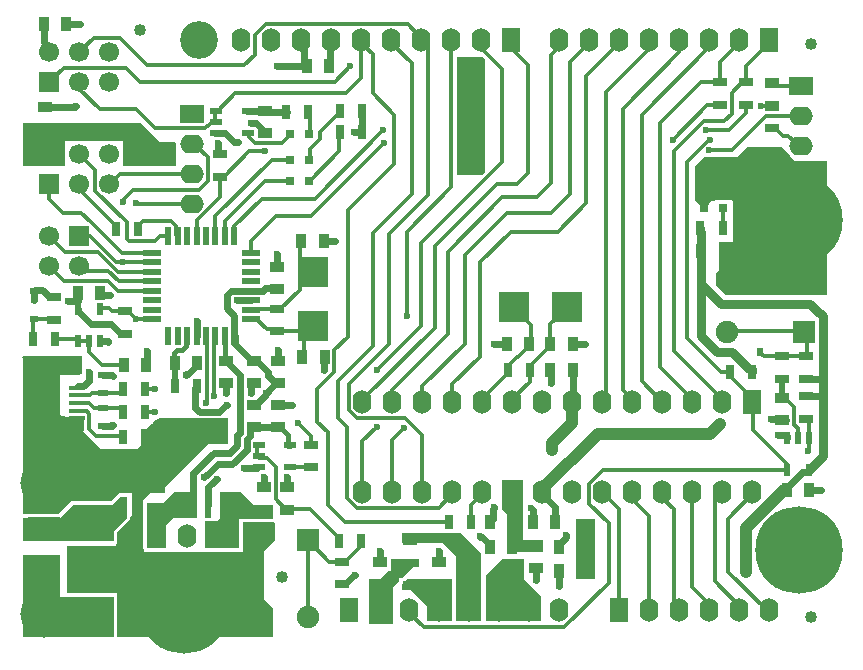
<source format=gtl>
G04*
G04 #@! TF.GenerationSoftware,Altium Limited,Altium Designer,20.0.2 (26)*
G04*
G04 Layer_Physical_Order=1*
G04 Layer_Color=255*
%FSLAX44Y44*%
%MOMM*%
G71*
G01*
G75*
%ADD11C,0.4000*%
%ADD12C,0.3000*%
%ADD14R,1.6000X3.0000*%
%ADD15R,1.3500X0.4000*%
%ADD16R,1.4000X1.6000*%
%ADD17R,1.9000X1.9000*%
%ADD18R,0.9000X0.6000*%
%ADD19R,1.3000X0.7000*%
%ADD20R,0.7000X1.3000*%
%ADD21R,0.5588X0.6858*%
%ADD22R,0.6858X0.5588*%
%ADD23R,0.5500X1.5000*%
%ADD24R,1.5000X0.5500*%
%ADD25R,2.6000X2.5000*%
%ADD26R,2.5000X2.6000*%
%ADD27R,1.3000X0.9000*%
%ADD28R,0.9000X1.3000*%
%ADD29R,0.8000X0.8000*%
%ADD30R,2.7000X2.0000*%
%ADD31R,1.0000X0.5500*%
%ADD32R,0.5500X1.0000*%
%ADD33R,3.5000X2.2000*%
%ADD34R,0.6000X2.2000*%
%ADD60C,1.9000*%
%ADD61R,1.9000X1.9000*%
%ADD69C,1.0160*%
%ADD70C,1.0000*%
%ADD71C,0.6000*%
%ADD72C,0.8000*%
%ADD73C,0.5000*%
%ADD74O,1.6000X2.0000*%
%ADD75R,1.6000X2.0000*%
G04:AMPARAMS|DCode=76|XSize=2mm|YSize=1.2mm|CornerRadius=0.36mm|HoleSize=0mm|Usage=FLASHONLY|Rotation=0.000|XOffset=0mm|YOffset=0mm|HoleType=Round|Shape=RoundedRectangle|*
%AMROUNDEDRECTD76*
21,1,2.0000,0.4800,0,0,0.0*
21,1,1.2800,1.2000,0,0,0.0*
1,1,0.7200,0.6400,-0.2400*
1,1,0.7200,-0.6400,-0.2400*
1,1,0.7200,-0.6400,0.2400*
1,1,0.7200,0.6400,0.2400*
%
%ADD76ROUNDEDRECTD76*%
%ADD77C,1.7000*%
%ADD78R,1.7000X1.7000*%
%ADD79R,2.0000X1.6000*%
%ADD80O,2.0000X1.6000*%
%ADD81C,7.4000*%
%ADD82C,4.0000*%
%ADD83C,3.2000*%
%ADD84C,0.6000*%
G36*
X650537Y412463D02*
X652155Y410355D01*
X654263Y408737D01*
X657000Y406000D01*
X684000D01*
Y292000D01*
X669459D01*
X669000Y292060D01*
X597940D01*
X590000Y300000D01*
Y311000D01*
X592000Y313000D01*
Y337000D01*
X604000D01*
Y372000D01*
X603000D01*
Y373000D01*
X589000D01*
Y372000D01*
X586000D01*
X584000Y370000D01*
Y369000D01*
X576000D01*
X572000Y373000D01*
Y401000D01*
X580000Y409000D01*
X583409D01*
X584000Y408882D01*
X584591Y409000D01*
X608000D01*
X617000Y418000D01*
X645000D01*
X650537Y412463D01*
D02*
G37*
G36*
X119000Y422000D02*
X132037Y422000D01*
X132922Y420730D01*
X132905Y420600D01*
X133000Y419879D01*
Y402000D01*
X88000D01*
Y423000D01*
X76802D01*
X76200Y423079D01*
X75598Y423000D01*
X51402D01*
X50800Y423079D01*
X50198Y423000D01*
X39000D01*
Y402000D01*
X3000D01*
Y438000D01*
X103000Y438000D01*
X119000Y422000D01*
D02*
G37*
G36*
X392511Y494000D02*
X394000Y492511D01*
X394000Y396489D01*
X391511Y394000D01*
X370348Y394000D01*
Y494000D01*
X392511Y494000D01*
D02*
G37*
G36*
X91000Y104000D02*
X80000Y93000D01*
Y84000D01*
X3000D01*
Y104000D01*
X34000D01*
X45000Y115000D01*
X79000D01*
X85000Y121000D01*
X91000D01*
Y104000D01*
D02*
G37*
G36*
X199000Y115000D02*
X215000D01*
Y103000D01*
X186000D01*
Y78000D01*
X157000D01*
Y101000D01*
X167000D01*
X170000Y104000D01*
Y126000D01*
X188000D01*
X199000Y115000D01*
D02*
G37*
G36*
X150000Y104000D02*
X130000D01*
X124000Y98000D01*
Y78000D01*
X108000D01*
Y116000D01*
X122000D01*
X132000Y126000D01*
X150000D01*
Y104000D01*
D02*
G37*
G36*
X426000Y85000D02*
X443000D01*
Y75000D01*
X413000D01*
Y107000D01*
X409000Y111000D01*
Y136000D01*
X426000D01*
Y85000D01*
D02*
G37*
G36*
X487000Y52000D02*
X471000D01*
Y103000D01*
X487000D01*
Y52000D01*
D02*
G37*
G36*
X427000D02*
X442000Y37000D01*
Y16000D01*
X395000D01*
Y55000D01*
X409000Y69000D01*
X427000Y69000D01*
X427000Y52000D01*
D02*
G37*
G36*
X357000Y91000D02*
Y90500D01*
X370000D01*
Y91000D01*
X374000D01*
X391000Y74000D01*
X391000Y17270D01*
X390348Y16000D01*
X370000D01*
X370000Y71000D01*
X359000Y82000D01*
X355591Y82000D01*
X355000Y82118D01*
X354409Y82000D01*
X324898Y82000D01*
X324000Y82898D01*
Y91000D01*
X357000Y91000D01*
D02*
G37*
G36*
X366000Y16000D02*
X345000D01*
X345000Y29000D01*
X331000Y43000D01*
X324000D01*
Y48000D01*
X328000Y52000D01*
X366000D01*
Y16000D01*
D02*
G37*
G36*
X338000Y62000D02*
X333000D01*
Y62000D01*
X324000Y53000D01*
X321500D01*
Y50500D01*
X316000Y45000D01*
Y14000D01*
X296000D01*
Y52000D01*
X305000D01*
X312000Y59000D01*
X314500D01*
Y69000D01*
X338000D01*
Y62000D01*
D02*
G37*
G36*
X52000Y226000D02*
X51204Y225000D01*
X34000D01*
Y192000D01*
X36000Y190000D01*
X38945D01*
Y189500D01*
X48752D01*
X49195Y189412D01*
X54412D01*
Y179000D01*
X54675Y177675D01*
X54000Y177000D01*
X69000Y162000D01*
X100000D01*
X103000Y165000D01*
Y179000D01*
X107000D01*
X111500Y183500D01*
X113000D01*
Y185000D01*
X114902Y186902D01*
X115000Y186882D01*
X117341Y187348D01*
X118317Y188000D01*
X149683D01*
X150659Y187348D01*
X153000Y186882D01*
X169000D01*
X171341Y187348D01*
X172317Y188000D01*
X175586D01*
X176000Y187000D01*
Y166000D01*
X160000D01*
X123000Y129000D01*
Y125000D01*
X111000D01*
X105000Y119000D01*
X104500D01*
Y104000D01*
X104941D01*
Y78000D01*
X105174Y76830D01*
X105200Y76791D01*
Y75000D01*
X107704D01*
X108000Y74941D01*
X124000D01*
X124296Y75000D01*
X140879D01*
X141600Y74905D01*
X142321Y75000D01*
X156705D01*
X157000Y74941D01*
X166725D01*
X167000Y74905D01*
X167274Y74941D01*
X186000D01*
X186296Y75000D01*
X189000D01*
Y77705D01*
X189059Y78000D01*
Y99941D01*
X215000D01*
X216000Y99060D01*
Y85000D01*
X211000Y80000D01*
X207000Y76000D01*
Y35000D01*
X215000Y27000D01*
Y3000D01*
X83059D01*
Y37000D01*
X83000Y37295D01*
Y40000D01*
X80295D01*
X80000Y40059D01*
X40000D01*
Y80000D01*
X82000D01*
Y81500D01*
X83000D01*
Y83705D01*
X83059Y84000D01*
Y91733D01*
X93163Y101837D01*
X93826Y102830D01*
X94059Y104000D01*
X94059Y104000D01*
Y104059D01*
X95000Y105000D01*
Y125000D01*
X85000Y125000D01*
X83819Y123819D01*
X82837Y123163D01*
X77733Y118059D01*
X45000D01*
X45000Y118059D01*
X43829Y117826D01*
X42837Y117163D01*
X32733Y107059D01*
X3000D01*
Y239000D01*
X2173Y239827D01*
X2659Y241000D01*
X52000D01*
Y226000D01*
D02*
G37*
G36*
X34000Y37000D02*
X80000D01*
Y3000D01*
X3000D01*
Y72000D01*
X34000D01*
Y37000D01*
D02*
G37*
D11*
X227500Y165750D02*
Y174000D01*
X221000Y180500D02*
X227500Y174000D01*
X174000Y238000D02*
Y258000D01*
X133343Y246000D02*
X137907D01*
X141250Y257250D02*
X142000Y258000D01*
X141250Y249343D02*
Y257250D01*
X137907Y246000D02*
X141250Y249343D01*
X131000Y235500D02*
Y243657D01*
X133343Y246000D01*
X131000Y235500D02*
X131500Y235000D01*
D12*
X102000Y473000D02*
X267000D01*
X90560Y484440D02*
X102000Y473000D01*
X37400Y484440D02*
X90560D01*
X267000Y473000D02*
X280000Y486000D01*
X190500Y487000D02*
X199460Y495960D01*
X108000Y487000D02*
X190500D01*
X85160Y509840D02*
X108000Y487000D01*
X199460Y495960D02*
Y512363D01*
X208597Y521500D02*
X328860D01*
X199460Y512363D02*
X208597Y521500D01*
X62800Y509840D02*
X85160D01*
X244000Y261500D02*
X249000Y266500D01*
X241000Y258500D02*
X244000Y261500D01*
X82194Y320000D02*
X112000D01*
X89000Y278500D02*
X92000D01*
X78250D02*
X89000D01*
X229000Y389000D02*
X230000D01*
X208000D02*
X229000D01*
Y407000D02*
X230000D01*
X214000D02*
X229000D01*
X449500Y251000D02*
Y267500D01*
Y249000D02*
Y251000D01*
X413500Y229000D02*
Y232000D01*
Y226000D02*
Y229000D01*
X600500Y261500D02*
X665500D01*
X667000Y242500D02*
X669000Y240500D01*
X86500Y211500D02*
Y213000D01*
Y193000D02*
Y194500D01*
X577000Y473000D02*
X593000D01*
X194750Y426250D02*
Y429500D01*
X222500Y421500D02*
X230000Y429000D01*
X254250Y430250D02*
X272000Y448000D01*
X246000Y407000D02*
Y416050D01*
X271000Y414000D02*
Y430000D01*
X228500Y146500D02*
X247000D01*
X165500Y439000D02*
Y448500D01*
X225000Y111500D02*
X246000D01*
X201500Y156000D02*
Y165500D01*
Y156000D02*
X202750Y154750D01*
X254250Y424300D02*
Y430250D01*
X246000Y389000D02*
X271000Y414000D01*
X193500Y429500D02*
X194750D01*
X192500D02*
X193500D01*
X199500Y421500D02*
X222500D01*
X194750Y426250D02*
X199500Y421500D01*
X48917Y207722D02*
X59945D01*
X340000Y266000D02*
Y336000D01*
X431000Y396000D02*
Y487000D01*
X421000Y386000D02*
X431000Y396000D01*
X404000Y386000D02*
X421000D01*
X351650Y333650D02*
X404000Y386000D01*
X351650Y264458D02*
Y333650D01*
X438000Y375000D02*
X450000Y387000D01*
X409000Y375000D02*
X438000D01*
X363000Y329000D02*
X409000Y375000D01*
X450000Y387000D02*
Y495522D01*
X363000Y259000D02*
Y329000D01*
X390000Y320000D02*
X416000Y346000D01*
X390000Y240000D02*
Y320000D01*
X416000Y346000D02*
X456000D01*
X413000Y362000D02*
X450000D01*
X377000Y326000D02*
X413000Y362000D01*
X377000Y251000D02*
Y326000D01*
X409000Y405000D02*
Y484000D01*
X340000Y336000D02*
X409000Y405000D01*
X391160Y501840D02*
X409000Y484000D01*
X391160Y501840D02*
Y508000D01*
X416560Y501440D02*
X431000Y487000D01*
X416560Y501440D02*
Y508000D01*
X554000Y414192D02*
X579592Y439784D01*
X554000Y245182D02*
Y414192D01*
X582500Y453500D02*
X593000D01*
X553000Y424000D02*
X582500Y453500D01*
X480000Y370000D02*
Y478000D01*
X456000Y346000D02*
X480000Y370000D01*
X466000Y489400D02*
X482600Y506000D01*
X466000Y378000D02*
Y489400D01*
X450000Y362000D02*
X466000Y378000D01*
X317000Y403000D02*
Y445000D01*
X278000Y364000D02*
X317000Y403000D01*
X278000Y257000D02*
Y364000D01*
X266500Y245500D02*
X278000Y257000D01*
X266500Y227500D02*
Y245500D01*
X252000Y213000D02*
X266500Y227500D01*
X252000Y185000D02*
Y213000D01*
X303000Y229000D02*
X340000Y266000D01*
X270000Y188000D02*
X277000Y181000D01*
Y120919D02*
Y181000D01*
Y120919D02*
X285687Y112232D01*
X299000Y249000D02*
Y345000D01*
X270000Y220000D02*
X299000Y249000D01*
X270000Y188000D02*
Y220000D01*
X278950Y217142D02*
X313000Y251192D01*
X278950Y195169D02*
Y217142D01*
X285687Y112232D02*
X355150D01*
X326760Y188432D02*
X341250Y173942D01*
X285687Y188432D02*
X326760D01*
X278950Y195169D02*
X285687Y188432D01*
X313000Y251192D02*
Y344000D01*
X252000Y185000D02*
X261000Y176000D01*
Y115000D02*
X276000Y100000D01*
X261000Y115000D02*
Y176000D01*
X299000Y463000D02*
X317000Y445000D01*
X247000Y359000D02*
X309000Y421000D01*
X217000Y359000D02*
X247000D01*
X299000Y463000D02*
Y496560D01*
X289560Y506000D02*
Y508000D01*
Y476368D02*
Y506000D01*
X299000Y496560D01*
X276192Y463000D02*
X289560Y476368D01*
X182250Y463000D02*
X276192D01*
X167750Y448500D02*
X182250Y463000D01*
X236000Y184000D02*
X247000Y173000D01*
Y165500D02*
Y173000D01*
X332000Y378000D02*
Y488960D01*
X328000Y275000D02*
Y346000D01*
X276000Y100000D02*
X363500D01*
X299000Y345000D02*
X332000Y378000D01*
X366650Y123732D02*
Y125732D01*
X355150Y112232D02*
X366650Y123732D01*
X314960Y506000D02*
Y508000D01*
Y506000D02*
X332000Y488960D01*
X365760Y383760D02*
Y508000D01*
X328000Y346000D02*
X365760Y383760D01*
X313000Y344000D02*
X346000Y377000D01*
X315850Y211850D02*
X363000Y259000D01*
X315850Y201932D02*
Y211850D01*
X290450Y203258D02*
X351650Y264458D01*
X346000Y377000D02*
Y502360D01*
X457200Y502722D02*
Y508000D01*
X450000Y495522D02*
X457200Y502722D01*
X366650Y216650D02*
X390000Y240000D01*
X366650Y201932D02*
Y216650D01*
X341250Y215250D02*
X377000Y251000D01*
X341250Y201932D02*
Y215250D01*
X482600Y506000D02*
Y508000D01*
X508000Y506000D02*
Y508000D01*
X480000Y478000D02*
X508000Y506000D01*
X527000Y445000D02*
X584200Y502200D01*
X527000Y219382D02*
Y445000D01*
Y219382D02*
X544450Y201932D01*
X497000Y464000D02*
X533400Y500400D01*
X497000Y205282D02*
Y464000D01*
X493650Y201932D02*
X497000Y205282D01*
X533400Y500400D02*
Y508000D01*
X511000Y450000D02*
X558800Y497800D01*
X511000Y211982D02*
Y450000D01*
Y211982D02*
X519050Y203932D01*
X584200Y502200D02*
Y508000D01*
X558800Y497800D02*
Y508000D01*
X542000Y438000D02*
X577000Y473000D01*
X542000Y231782D02*
Y438000D01*
X519050Y201932D02*
Y203932D01*
X620650Y201932D02*
Y204850D01*
X667000Y259000D02*
X669500Y261500D01*
X666000Y240500D02*
X669000D01*
X646000D02*
X666000D01*
X630057D02*
X646000D01*
X667000Y242500D02*
Y259000D01*
X659000Y171500D02*
Y179550D01*
X656000Y182550D02*
X659000Y179550D01*
X656000Y182550D02*
Y197500D01*
X648000Y205500D02*
X656000Y197500D01*
X646000Y205500D02*
X648000D01*
X594000Y227000D02*
X601500D01*
X565000Y256000D02*
X594000Y227000D01*
X565000Y256000D02*
Y405192D01*
X600000Y103082D02*
X620650Y123732D01*
X600000Y58000D02*
Y103082D01*
Y58000D02*
X632600Y25400D01*
X589000Y119482D02*
X595250Y125732D01*
X589000Y50000D02*
Y119482D01*
Y50000D02*
X609600Y29400D01*
X632600Y25400D02*
X635000D01*
X609600D02*
Y29400D01*
X584200Y25400D02*
Y30800D01*
X569850Y45150D02*
X584200Y30800D01*
X569850Y45150D02*
Y125732D01*
X544450Y120550D02*
X554000Y111000D01*
Y30200D02*
Y111000D01*
Y30200D02*
X558800Y25400D01*
X544450Y120550D02*
Y125732D01*
X533400Y25400D02*
Y105600D01*
X519050Y119950D02*
X533400Y105600D01*
X519050Y119950D02*
Y125732D01*
X494155Y144500D02*
X649500D01*
X482150Y132495D02*
X494155Y144500D01*
X482150Y115850D02*
X499000Y99000D01*
Y48937D02*
Y99000D01*
X461063Y11000D02*
X499000Y48937D01*
X482150Y115850D02*
Y132495D01*
X508000Y25400D02*
Y111382D01*
X493650Y125732D02*
X508000Y111382D01*
X75052Y313000D02*
X84052Y304000D01*
X54400Y313000D02*
X75052D01*
X50800Y316600D02*
X54400Y313000D01*
X75140Y304310D02*
X83450Y296000D01*
X37690Y304310D02*
X75140D01*
X25400Y316600D02*
X37690Y304310D01*
X66523Y328600D02*
X83123Y312000D01*
X38800Y328600D02*
X66523D01*
X60194Y342000D02*
X82194Y320000D01*
X50800Y342000D02*
X60194D01*
X194500Y414000D02*
X208000D01*
X86550Y328000D02*
X112000D01*
X62800Y351750D02*
X86550Y328000D01*
X62800Y351750D02*
Y351950D01*
X60750Y354000D02*
X62800Y351950D01*
X60550Y354000D02*
X60750D01*
X52550Y362000D02*
X60550Y354000D01*
X37170Y362000D02*
X52550D01*
X25400Y373770D02*
X37170Y362000D01*
X119000Y342000D02*
X126000D01*
X115000Y338000D02*
X119000Y342000D01*
X92757Y338000D02*
X115000D01*
X91000Y339757D02*
Y354000D01*
Y339757D02*
X92757Y338000D01*
X64200Y380800D02*
X91000Y354000D01*
X50800Y411480D02*
X64200Y398080D01*
Y380800D02*
Y398080D01*
X53479Y379021D02*
X81500Y351000D01*
X250000Y374000D02*
X308000Y432000D01*
X205071Y374000D02*
X250000D01*
X166500Y448500D02*
X167750D01*
X165500D02*
X166500D01*
X340360Y508000D02*
X346000Y502360D01*
X182000Y350929D02*
X205071Y374000D01*
X174000Y355000D02*
X208000Y389000D01*
X174000Y342000D02*
Y355000D01*
X166000Y359000D02*
X214000Y407000D01*
X166000Y342000D02*
Y359000D01*
X196000Y328000D02*
Y338000D01*
X217000Y359000D01*
X182000Y342000D02*
Y350929D01*
X156950Y434000D02*
X158700Y435750D01*
X115000Y434000D02*
X156950D01*
X99000Y450000D02*
X115000Y434000D01*
X163250Y439000D02*
X165500D01*
X160000Y435750D02*
X163250Y439000D01*
X158700Y435750D02*
X160000D01*
X68000Y450000D02*
X99000D01*
X50800Y467200D02*
X68000Y450000D01*
X50800Y467200D02*
Y472440D01*
X49195Y194000D02*
X57000D01*
X48695Y194500D02*
X49195Y194000D01*
X217000Y119500D02*
Y147000D01*
X209250Y154750D02*
X217000Y147000D01*
X202750Y154750D02*
X209250D01*
X165000Y207000D02*
Y257000D01*
X158500Y201500D02*
Y257500D01*
X340360Y508000D02*
Y510000D01*
X554000Y245182D02*
X595250Y203932D01*
X565000Y405192D02*
X583808Y424000D01*
X542000Y231782D02*
X569850Y203932D01*
X583808Y424000D02*
X585000D01*
X636500Y452000D02*
X637000Y452500D01*
X628000Y452000D02*
X636500D01*
X632150Y443600D02*
X662000D01*
X603550Y415000D02*
X632150Y443600D01*
X615000Y446192D02*
Y453500D01*
X600808Y432000D02*
X615000Y446192D01*
X581000Y432000D02*
X600808D01*
X173000Y392500D02*
X194500Y414000D01*
X238000Y322500D02*
Y337500D01*
X238500Y338000D01*
X238000Y322500D02*
X249000Y311500D01*
X584000Y415000D02*
X603550D01*
X649500Y144500D02*
Y149500D01*
X621000Y178000D02*
X649500Y149500D01*
X621000Y178000D02*
Y201582D01*
X71000Y209500D02*
X84500D01*
X71000Y196500D02*
X84500D01*
X620650Y123732D02*
Y125732D01*
X88000Y371000D02*
Y373000D01*
X96300Y381300D02*
X152300D01*
X88000Y373000D02*
X96300Y381300D01*
X152300D02*
X159500Y388500D01*
X146000Y420600D02*
X148000D01*
X159500Y409100D01*
Y388500D02*
Y409100D01*
X99200Y369800D02*
X146000D01*
X99000Y370000D02*
X99200Y369800D01*
X57000Y194000D02*
X59000Y192000D01*
Y179000D02*
Y192000D01*
X65000Y173000D02*
X86500D01*
X59000Y179000D02*
X65000Y173000D01*
X228500Y146500D02*
X228500Y146500D01*
X217000Y119500D02*
X225000Y111500D01*
X270500Y84000D02*
Y87000D01*
X246000Y111500D02*
X270500Y87000D01*
X273000Y66500D02*
X276000D01*
X287500Y78000D01*
Y82000D01*
X289500Y84000D01*
X244000Y85000D02*
X262500Y66500D01*
X273000D01*
X244000Y20000D02*
Y85000D01*
X128200Y355000D02*
X132750Y350450D01*
X104730Y355000D02*
X128200D01*
X100500Y350770D02*
X104730Y355000D01*
X342600Y11000D02*
X461063D01*
X330200Y23400D02*
X342600Y11000D01*
X158000Y201000D02*
X158500Y201500D01*
X165000Y257000D02*
X166000Y258000D01*
X328860Y521500D02*
X340360Y510000D01*
X601500Y224000D02*
Y227000D01*
X603000Y446000D02*
Y463500D01*
X596784Y439784D02*
X603000Y446000D01*
X579592Y439784D02*
X596784D01*
X595750Y365750D02*
X596000Y366000D01*
X83450Y296000D02*
X112000D01*
X646461Y427039D02*
X651161D01*
X245500Y447000D02*
X245750Y446750D01*
X392050Y123732D02*
Y125732D01*
X382500Y114182D02*
X392050Y123732D01*
X382500Y100000D02*
Y114182D01*
X61722Y209500D02*
X71000D01*
X106500Y213000D02*
X115000D01*
X106500Y193000D02*
X115000D01*
X158000Y258000D02*
X158500Y257500D01*
X84500Y196500D02*
X86500Y194500D01*
X63500Y196500D02*
X71000D01*
X59000Y201000D02*
X63500Y196500D01*
X48695Y201000D02*
X59000D01*
X48695Y207500D02*
X48917Y207722D01*
X59945D02*
X61722Y209500D01*
X84500D02*
X86500Y211500D01*
X70000Y233000D02*
X87500D01*
X59000Y244000D02*
Y253500D01*
Y244000D02*
X70000Y233000D01*
X49500Y253500D02*
X59000D01*
X48250Y255000D02*
X49500Y253750D01*
Y253500D02*
Y253750D01*
X30500Y255000D02*
X48250D01*
X11750Y271558D02*
X12000Y271808D01*
X11750Y255250D02*
Y271558D01*
X11500Y255000D02*
X11750Y255250D01*
X28846Y271654D02*
X29000Y271500D01*
X12154Y271654D02*
X28846D01*
X12000Y271808D02*
X12154Y271654D01*
X75750Y281000D02*
X78250Y278500D01*
X69750Y281000D02*
X75750D01*
X69250Y280500D02*
X69750Y281000D01*
X92000Y278500D02*
X98500Y272000D01*
X112000D01*
X68500Y280500D02*
X69250D01*
X218000Y261500D02*
X244000D01*
X216000Y263500D02*
X218000Y261500D01*
X239500Y240000D02*
X241000Y241500D01*
Y258500D01*
X209250Y263500D02*
X216000D01*
X196000Y272000D02*
X200750D01*
X209250Y263500D01*
X237500Y300500D02*
X248500Y311500D01*
X218000Y280500D02*
X221000D01*
X237500Y297000D01*
Y300500D01*
X248500Y311500D02*
X249000D01*
X196000Y280000D02*
X196250Y280250D01*
X217750D01*
X218000Y280500D01*
X246000Y416050D02*
X254250Y424300D01*
X245750Y429250D02*
X246000Y429000D01*
X245750Y429250D02*
Y446750D01*
X83123Y312000D02*
X112000D01*
X25400Y342000D02*
X38800Y328600D01*
X84052Y304000D02*
X112000D01*
X53479Y379021D02*
Y383401D01*
X25400Y373770D02*
Y386080D01*
X50800D02*
X53479Y383401D01*
X81500Y348000D02*
Y351000D01*
X132750Y343250D02*
X134000Y342000D01*
X100500Y348000D02*
Y350770D01*
X132750Y343250D02*
Y350450D01*
X76345Y386080D02*
X85465Y395200D01*
X146000D01*
X76200Y386080D02*
X76345D01*
X449500Y267500D02*
X463500Y281500D01*
Y282000D01*
X432500Y229000D02*
Y232000D01*
X449500Y249000D01*
X417450Y201932D02*
Y203932D01*
X432208Y218690D01*
Y228708D01*
X432500Y229000D01*
X422500Y240000D02*
X431500Y249000D01*
X392050Y204550D02*
X413500Y226000D01*
X392050Y201932D02*
Y204550D01*
X431500Y249000D02*
Y251000D01*
X421500Y240000D02*
X422500D01*
X413500Y232000D02*
X421500Y240000D01*
X431500Y251000D02*
X433000Y252500D01*
X418500Y281500D02*
Y282000D01*
Y281500D02*
X433000Y267000D01*
Y252500D02*
Y267000D01*
X627192Y243365D02*
Y244000D01*
Y243365D02*
X630057Y240500D01*
X595500Y349000D02*
X595750Y349250D01*
Y365750D01*
X660000Y418200D02*
X662000D01*
X651161Y427039D02*
X660000Y418200D01*
X637000Y433500D02*
X640000D01*
X646461Y427039D01*
X639500Y469000D02*
X662000D01*
X637000Y471500D02*
X639500Y469000D01*
X150000Y342000D02*
Y355537D01*
X290450Y201932D02*
Y203258D01*
X25400Y472440D02*
X37400Y484440D01*
X601500Y224000D02*
X620650Y204850D01*
Y201932D02*
X621000Y201582D01*
X330200Y23400D02*
Y25400D01*
X170000Y375537D02*
Y392500D01*
X173000D01*
X668250Y171250D02*
X668500Y171500D01*
X150000Y355537D02*
X170000Y375537D01*
X668500Y171500D02*
Y187000D01*
X669000Y187500D01*
X668000Y160000D02*
X668250Y160250D01*
Y171250D01*
X315850Y125732D02*
Y169850D01*
X326000Y180000D01*
X50800Y497840D02*
X62800Y509840D01*
X290450Y125732D02*
Y168450D01*
X303000Y181000D01*
X341250Y125732D02*
Y173942D01*
X615000Y472500D02*
Y486000D01*
X635000Y506000D01*
Y508000D01*
X612000Y472500D02*
X615000D01*
X603000Y463500D02*
X612000Y472500D01*
X595250Y201932D02*
Y203932D01*
X593000Y489400D02*
X609600Y506000D01*
X593000Y473000D02*
Y489400D01*
X609600Y506000D02*
Y508000D01*
X569850Y201932D02*
Y203932D01*
D14*
X72000Y99500D02*
D03*
Y140500D02*
D03*
Y62500D02*
D03*
Y21500D02*
D03*
D15*
X48695Y214000D02*
D03*
Y207500D02*
D03*
Y201000D02*
D03*
Y194500D02*
D03*
Y188000D02*
D03*
D16*
X46445Y169000D02*
D03*
X46145Y233000D02*
D03*
D17*
X22445Y213000D02*
D03*
Y189000D02*
D03*
X244000Y85000D02*
D03*
D18*
X71000Y181500D02*
D03*
Y196500D02*
D03*
Y224500D02*
D03*
Y209500D02*
D03*
D19*
X331000Y65500D02*
D03*
Y46500D02*
D03*
Y84500D02*
D03*
Y65500D02*
D03*
X646000Y240500D02*
D03*
Y221500D02*
D03*
X247000Y146500D02*
D03*
Y165500D02*
D03*
X273000Y66500D02*
D03*
Y47500D02*
D03*
X666000Y240500D02*
D03*
Y221500D02*
D03*
X29000Y271500D02*
D03*
Y290500D02*
D03*
X666000Y187500D02*
D03*
Y206500D02*
D03*
X637000Y414500D02*
D03*
Y433500D02*
D03*
X593000Y453500D02*
D03*
Y472500D02*
D03*
X615000Y453500D02*
D03*
Y472500D02*
D03*
X218000Y261500D02*
D03*
Y280500D02*
D03*
X89000Y278500D02*
D03*
Y259500D02*
D03*
X170000Y392500D02*
D03*
Y411500D02*
D03*
D20*
X131500Y215000D02*
D03*
X150500D02*
D03*
X289500Y84000D02*
D03*
X270500D02*
D03*
X11500Y255000D02*
D03*
X30500D02*
D03*
X576500Y349000D02*
D03*
X595500D02*
D03*
X432500Y229000D02*
D03*
X413500D02*
D03*
X225500Y447000D02*
D03*
X244500D02*
D03*
X601500Y227000D02*
D03*
X620500D02*
D03*
X382500Y100000D02*
D03*
X363500D02*
D03*
X87500Y172000D02*
D03*
X106500D02*
D03*
X87500Y193000D02*
D03*
X106500D02*
D03*
X87500Y213000D02*
D03*
X106500D02*
D03*
X100500Y348000D02*
D03*
X81500D02*
D03*
X290500Y430000D02*
D03*
X271500D02*
D03*
X290500Y448000D02*
D03*
X271500D02*
D03*
D21*
X602808Y244000D02*
D03*
X627192D02*
D03*
D22*
X12000Y296192D02*
D03*
Y271808D02*
D03*
D23*
X182000Y258000D02*
D03*
X174000D02*
D03*
X166000D02*
D03*
X158000D02*
D03*
X150000D02*
D03*
X142000D02*
D03*
X134000D02*
D03*
X126000D02*
D03*
Y342000D02*
D03*
X134000D02*
D03*
X142000D02*
D03*
X150000D02*
D03*
X158000D02*
D03*
X166000D02*
D03*
X174000D02*
D03*
X182000D02*
D03*
D24*
X112000Y272000D02*
D03*
Y280000D02*
D03*
Y288000D02*
D03*
Y296000D02*
D03*
Y304000D02*
D03*
Y312000D02*
D03*
Y320000D02*
D03*
Y328000D02*
D03*
X196000D02*
D03*
Y320000D02*
D03*
Y312000D02*
D03*
Y304000D02*
D03*
Y296000D02*
D03*
Y288000D02*
D03*
Y280000D02*
D03*
Y272000D02*
D03*
D25*
X249000Y311500D02*
D03*
Y266500D02*
D03*
D26*
X418500Y282000D02*
D03*
X463500D02*
D03*
D27*
X227000Y110500D02*
D03*
Y129500D02*
D03*
X646000Y205500D02*
D03*
Y186500D02*
D03*
X219000Y180500D02*
D03*
Y199500D02*
D03*
X208000Y448500D02*
D03*
Y429500D02*
D03*
X355000Y47500D02*
D03*
Y66500D02*
D03*
X305000Y47500D02*
D03*
Y66500D02*
D03*
X637000Y471500D02*
D03*
Y452500D02*
D03*
X22000Y432500D02*
D03*
Y451500D02*
D03*
X175000Y236500D02*
D03*
Y217500D02*
D03*
X218000Y297500D02*
D03*
Y316500D02*
D03*
X199000Y236500D02*
D03*
Y217500D02*
D03*
X207000Y129500D02*
D03*
Y110500D02*
D03*
X114000Y130500D02*
D03*
Y111500D02*
D03*
X219000Y236500D02*
D03*
Y217500D02*
D03*
X437000Y61500D02*
D03*
Y80500D02*
D03*
X199000Y180500D02*
D03*
Y199500D02*
D03*
D28*
X88500Y233000D02*
D03*
X107500D02*
D03*
X49500Y294000D02*
D03*
X68500D02*
D03*
X649500Y127000D02*
D03*
X668500D02*
D03*
X449500Y251000D02*
D03*
X468500D02*
D03*
X431500D02*
D03*
X412500D02*
D03*
X453500Y100000D02*
D03*
X434500D02*
D03*
X417500D02*
D03*
X398500D02*
D03*
X468500Y229000D02*
D03*
X449500D02*
D03*
X20500Y522000D02*
D03*
X39500D02*
D03*
X380500Y49000D02*
D03*
X399500D02*
D03*
X239500Y240000D02*
D03*
X258500D02*
D03*
X238500Y338000D02*
D03*
X257500D02*
D03*
X150500Y235000D02*
D03*
X131500D02*
D03*
X596500Y330000D02*
D03*
X577500D02*
D03*
X398500Y79000D02*
D03*
X417500D02*
D03*
X262500Y486000D02*
D03*
X243500D02*
D03*
X456500Y79000D02*
D03*
X475500D02*
D03*
X456500Y59000D02*
D03*
X475500D02*
D03*
D29*
X229000Y389000D02*
D03*
X245000D02*
D03*
X229000Y407000D02*
D03*
X245000D02*
D03*
X229000Y429000D02*
D03*
X245000D02*
D03*
X580000Y366000D02*
D03*
X596000D02*
D03*
D30*
X21000Y94000D02*
D03*
Y62000D02*
D03*
D31*
X202500Y165500D02*
D03*
Y156000D02*
D03*
Y146500D02*
D03*
X229500Y165500D02*
D03*
Y146500D02*
D03*
X166500Y448500D02*
D03*
Y439000D02*
D03*
Y429500D02*
D03*
X193500Y448500D02*
D03*
Y429500D02*
D03*
D32*
X668500Y171500D02*
D03*
X659000D02*
D03*
X649500D02*
D03*
X668500Y144500D02*
D03*
X649500D02*
D03*
X49500Y253500D02*
D03*
X59000D02*
D03*
X68500D02*
D03*
X49500Y280500D02*
D03*
X68500D02*
D03*
D33*
X160000Y177000D02*
D03*
D34*
X185400Y115000D02*
D03*
X172700D02*
D03*
X160000D02*
D03*
X147300D02*
D03*
X134600D02*
D03*
D60*
X244000Y20000D02*
D03*
X199000D02*
D03*
Y85000D02*
D03*
X599500Y261250D02*
D03*
Y306250D02*
D03*
X664500D02*
D03*
D61*
Y261250D02*
D03*
D69*
X102000Y517000D02*
D03*
X670000Y20000D02*
D03*
Y505000D02*
D03*
X222000Y54000D02*
D03*
D70*
X584748Y175000D02*
X593000Y183252D01*
X490118Y175000D02*
X584748D01*
X442850Y127732D02*
X490118Y175000D01*
X615000Y67000D02*
Y95000D01*
Y58000D02*
Y67000D01*
Y95000D02*
X647000Y127000D01*
X442850Y125732D02*
Y127732D01*
X468250Y184250D02*
Y201932D01*
X451000Y167000D02*
X468250Y184250D01*
X451000Y161000D02*
Y167000D01*
X468250Y201932D02*
X468375Y202057D01*
D71*
X217000Y298000D02*
X218000Y297000D01*
X41250Y287250D02*
X49500D01*
X174000Y238000D02*
X175500Y236500D01*
Y236071D02*
Y236500D01*
X636000Y187000D02*
X648500D01*
X200500Y438000D02*
X209000Y429500D01*
X175000Y216500D02*
X176000Y217500D01*
X283000Y430000D02*
X290500D01*
Y448000D01*
X208000Y448500D02*
X209000D01*
X193500D02*
X208000D01*
X225500Y447000D02*
X226500D01*
X219000D02*
X225500D01*
X49800Y215200D02*
X54200D01*
X59000Y220000D01*
X680000Y221500D02*
X681000D01*
X669000D02*
X680000D01*
Y206500D02*
X681000D01*
X669000D02*
X680000D01*
X648500Y187000D02*
X649000Y186500D01*
X668500Y142750D02*
Y144500D01*
X668250Y142500D02*
X668500Y142750D01*
X663000Y142500D02*
X668250D01*
X649500Y129000D02*
X663000Y142500D01*
X649500Y127000D02*
Y129000D01*
X192500Y448500D02*
X193500D01*
X647000Y127000D02*
X649500D01*
X166500Y429500D02*
X174500D01*
X165500D02*
X166500D01*
X196000Y438000D02*
X200500D01*
X49500Y278750D02*
Y280500D01*
Y278750D02*
X60250Y268000D01*
X86000Y259500D02*
X89000D01*
X77500Y268000D02*
X86000Y259500D01*
X60250Y268000D02*
X77500D01*
X74750Y253250D02*
X75000Y253000D01*
X68750Y253250D02*
X74750D01*
X182000Y258000D02*
Y275000D01*
X179515Y296000D02*
X196000D01*
X176000Y292485D02*
X179515Y296000D01*
X176000Y281000D02*
Y292485D01*
Y281000D02*
X182000Y275000D01*
X197000Y236500D02*
X199000D01*
X182250Y251250D02*
X197000Y236500D01*
X182250Y251250D02*
Y257750D01*
X182000Y258000D02*
X182250Y257750D01*
X199000Y199500D02*
X200000D01*
X198000D02*
X199000D01*
X149000Y213500D02*
X150500Y215000D01*
X149000Y197000D02*
Y213500D01*
Y197000D02*
X153000Y193000D01*
X186500Y175635D02*
Y225071D01*
X175500Y236071D02*
X186500Y225071D01*
X147300Y141300D02*
X165000Y159000D01*
X147300Y115000D02*
Y141300D01*
X165000Y159000D02*
X178000D01*
X167843Y149157D02*
X180157D01*
X158686Y140000D02*
X167843Y149157D01*
X184500Y165500D02*
Y173635D01*
X178000Y159000D02*
X184500Y165500D01*
Y173635D02*
X186500Y175635D01*
X192500Y170321D02*
X195500Y173321D01*
X192500Y161500D02*
Y170321D01*
X180157Y149157D02*
X192500Y161500D01*
X156000Y138000D02*
X158000Y140000D01*
X158686D01*
X167000Y136686D02*
Y137000D01*
X162314Y132000D02*
X167000Y136686D01*
X162000Y132000D02*
X162314D01*
X160000Y130000D02*
X162000Y132000D01*
X197000Y180500D02*
X199000D01*
X195500Y179000D02*
X197000Y180500D01*
X195500Y173321D02*
Y179000D01*
X191564Y146250D02*
X201250D01*
X191314Y146000D02*
X191564Y146250D01*
X219000Y180500D02*
X219000Y180500D01*
X199000Y180500D02*
X219000D01*
X227750Y165500D02*
X229500D01*
X227500Y165750D02*
X227750Y165500D01*
X219000Y180500D02*
X221000D01*
X190000Y146000D02*
X191314D01*
X175000Y199000D02*
X176000D01*
X169000Y193000D02*
X175000Y199000D01*
X200000Y199500D02*
X209000Y208500D01*
Y209000D01*
X217000Y217500D02*
X219000D01*
X210500Y211000D02*
X217000Y217500D01*
X210500Y210500D02*
Y211000D01*
X209000Y209000D02*
X210500Y210500D01*
X199000Y236500D02*
X201000D01*
X210429Y224071D02*
X217000Y217500D01*
X210429Y224071D02*
Y227000D01*
X201000Y236500D02*
X206743Y230757D01*
Y230686D02*
Y230757D01*
Y230686D02*
X210429Y227000D01*
X273000Y47500D02*
X276000D01*
X283500Y55000D01*
X284000D01*
X22000Y451500D02*
X47500D01*
X48000Y452000D01*
X160000Y115000D02*
Y130000D01*
X68500Y294000D02*
X70500Y292000D01*
X77000D01*
X449500Y229000D02*
X449750Y228750D01*
Y218250D02*
Y228750D01*
Y218250D02*
X450000Y218000D01*
X468500Y251000D02*
X479000D01*
X402000D02*
X412500D01*
X107500Y233000D02*
X107750Y233250D01*
Y244750D01*
X108000Y245000D01*
X150500Y233000D02*
Y235000D01*
X142883Y225383D02*
X150500Y233000D01*
X141383Y225383D02*
X142883D01*
X141000Y225000D02*
X141383Y225383D01*
X150000Y258000D02*
X150000Y258000D01*
Y270000D01*
X175000Y209000D02*
Y216500D01*
X196000Y209000D02*
Y215500D01*
X198000Y217500D01*
X219000Y199500D02*
X219250Y199250D01*
X230750D01*
X231000Y199000D01*
X258000Y229000D02*
Y239500D01*
X258500Y240000D01*
X219000Y236500D02*
Y246000D01*
X184000Y288000D02*
X196000D01*
X184000Y288000D02*
X184000Y288000D01*
X218000Y316500D02*
Y327000D01*
X257500Y338000D02*
X267000D01*
X262500Y486000D02*
X263330Y486830D01*
Y507170D01*
X264160Y508000D01*
X182000Y422000D02*
X185000D01*
X174500Y429500D02*
X182000Y422000D01*
X39500Y522000D02*
X51000D01*
X649500Y171500D02*
Y173250D01*
X648750Y174000D02*
X649500Y173250D01*
X642000Y174000D02*
X648750D01*
X668500Y127000D02*
X679000D01*
X434500Y100000D02*
Y110500D01*
X433000Y112000D02*
X434500Y110500D01*
X456500Y79000D02*
Y81000D01*
X462617Y87117D01*
Y88617D01*
X463000Y89000D01*
X398500Y79000D02*
Y81000D01*
X391883Y87617D02*
X398500Y81000D01*
X390383Y87617D02*
X391883D01*
X390000Y88000D02*
X390383Y87617D01*
X398500Y100000D02*
X401000Y102500D01*
Y111459D01*
X402000Y112459D01*
Y113000D01*
X355000Y66500D02*
Y76000D01*
X305000Y66500D02*
Y76000D01*
X201250Y146250D02*
X201500Y146500D01*
X227000Y129500D02*
Y138000D01*
X207000Y129500D02*
Y138000D01*
X68500Y253500D02*
X68750Y253250D01*
X71000Y224500D02*
X71250Y224250D01*
X78750D01*
X79000Y224000D01*
X71000Y181500D02*
X71250Y181750D01*
X78750D01*
X79000Y182000D01*
X20500Y506258D02*
Y522000D01*
Y506258D02*
X25400Y501358D01*
Y497840D02*
Y501358D01*
X209000Y448500D02*
X210117Y447383D01*
X218617D01*
X219000Y447000D01*
X168000Y413000D02*
Y421000D01*
X169500Y411500D02*
X170000D01*
X168000Y413000D02*
X169500Y411500D01*
X12000Y296192D02*
X12794Y296986D01*
X17986D01*
X18000Y297000D01*
X26000Y290500D02*
X29000D01*
X19500Y297000D02*
X26000Y290500D01*
X18000Y297000D02*
X19500D01*
X12000Y288000D02*
Y296192D01*
X41000Y287000D02*
X41250Y287250D01*
X437000Y51000D02*
Y61500D01*
X456500Y59000D02*
X456750Y58750D01*
Y46250D02*
Y58750D01*
Y46250D02*
X457000Y46000D01*
X468375Y202057D02*
Y228875D01*
X153000Y193000D02*
X169000D01*
X208000Y298000D02*
X217000D01*
X206000Y296000D02*
X208000Y298000D01*
X196000Y296000D02*
X206000D01*
X59000Y220000D02*
Y227000D01*
X218000Y486000D02*
X243500D01*
X241056Y488444D02*
Y505704D01*
Y488444D02*
X243500Y486000D01*
X238760Y508000D02*
X241056Y505704D01*
X442850Y123732D02*
Y125732D01*
Y123732D02*
X453500Y113082D01*
Y100000D02*
Y113082D01*
D72*
X680000Y221500D02*
Y274485D01*
Y206500D02*
Y221500D01*
Y155750D02*
Y206500D01*
X668750Y144500D02*
X680000Y155750D01*
X594000Y285000D02*
X669000D01*
X577500Y301500D02*
X594000Y285000D01*
X577500Y257500D02*
Y301500D01*
Y330000D01*
X591000Y244000D02*
X602808D01*
X577500Y257500D02*
X591000Y244000D01*
X602808D02*
X603500D01*
X618000Y229500D01*
X620000D01*
X620500Y229000D01*
Y227000D02*
Y229000D01*
X577500Y330000D02*
Y346000D01*
X576500Y347000D02*
X577500Y346000D01*
X576500Y347000D02*
Y349000D01*
X677000Y277000D02*
X677485D01*
X669000Y285000D02*
X677000Y277000D01*
X677485D02*
X680000Y274485D01*
X668500Y144500D02*
X668750D01*
D73*
X646000Y205500D02*
Y221500D01*
X131500Y215000D02*
Y235000D01*
D74*
X167000Y88000D02*
D03*
X141600D02*
D03*
X187960Y508000D02*
D03*
X213360D02*
D03*
X238760D02*
D03*
X264160D02*
D03*
X289560D02*
D03*
X314960D02*
D03*
X340360D02*
D03*
X365760D02*
D03*
X391160D02*
D03*
X609600D02*
D03*
X584200D02*
D03*
X558800D02*
D03*
X533400D02*
D03*
X508000D02*
D03*
X482600D02*
D03*
X457200D02*
D03*
X635000Y25400D02*
D03*
X609600D02*
D03*
X584200D02*
D03*
X558800D02*
D03*
X533400D02*
D03*
X304800D02*
D03*
X330200D02*
D03*
X355600D02*
D03*
X381000D02*
D03*
X406400D02*
D03*
X431800D02*
D03*
X457200D02*
D03*
X595250Y201932D02*
D03*
X569850D02*
D03*
X544450D02*
D03*
X519050D02*
D03*
X493650D02*
D03*
X468250D02*
D03*
X442850D02*
D03*
X417450D02*
D03*
X392050D02*
D03*
X366650D02*
D03*
X341250D02*
D03*
X315850D02*
D03*
X290450D02*
D03*
X620650Y125732D02*
D03*
X595250D02*
D03*
X569850D02*
D03*
X544450D02*
D03*
X519050D02*
D03*
X493650D02*
D03*
X468250D02*
D03*
X442850D02*
D03*
X417450D02*
D03*
X392050D02*
D03*
X366650D02*
D03*
X341250D02*
D03*
X315850D02*
D03*
X290450D02*
D03*
D75*
X116200Y88000D02*
D03*
X416560Y508000D02*
D03*
X635000D02*
D03*
X508000Y25400D02*
D03*
X279400D02*
D03*
X620650Y201932D02*
D03*
D76*
X22445Y234000D02*
D03*
Y168000D02*
D03*
D77*
X76200Y497840D02*
D03*
X50800D02*
D03*
X25400D02*
D03*
X76200Y472440D02*
D03*
X50800D02*
D03*
X76200Y411480D02*
D03*
X50800D02*
D03*
X25400D02*
D03*
X76200Y386080D02*
D03*
X50800D02*
D03*
X25400Y316600D02*
D03*
X50800D02*
D03*
X25400Y342000D02*
D03*
D78*
Y472440D02*
D03*
Y386080D02*
D03*
X50800Y342000D02*
D03*
D79*
X146000Y446000D02*
D03*
X662000Y469000D02*
D03*
D80*
X146000Y420600D02*
D03*
Y395200D02*
D03*
Y369800D02*
D03*
X662000Y418200D02*
D03*
Y443600D02*
D03*
D81*
X660400Y355600D02*
D03*
Y76200D02*
D03*
X139700Y25400D02*
D03*
D82*
X21000Y133000D02*
D03*
Y22000D02*
D03*
D83*
X152400Y508000D02*
D03*
D84*
X593000Y183252D02*
D03*
X389750Y403000D02*
D03*
X381750D02*
D03*
X283000Y430000D02*
D03*
X118000Y154000D02*
D03*
X110000D02*
D03*
X102000D02*
D03*
X135000Y169000D02*
D03*
Y177000D02*
D03*
Y185000D02*
D03*
X390000Y481000D02*
D03*
X382000D02*
D03*
X553000Y424000D02*
D03*
X303000Y229000D02*
D03*
X309000Y421000D02*
D03*
X236000Y184000D02*
D03*
X328000Y275000D02*
D03*
X580000Y392000D02*
D03*
Y384000D02*
D03*
X615000Y67000D02*
D03*
Y58000D02*
D03*
X636000Y187000D02*
D03*
X410000Y65000D02*
D03*
X424000D02*
D03*
X319000Y62000D02*
D03*
X208000Y414000D02*
D03*
X308000Y432000D02*
D03*
X129000Y412000D02*
D03*
X122000Y417000D02*
D03*
X280000Y486000D02*
D03*
X176000Y199000D02*
D03*
X209000Y209000D02*
D03*
X585000Y424000D02*
D03*
X628000Y452000D02*
D03*
X475687Y97688D02*
D03*
X48000Y452000D02*
D03*
X167000Y137000D02*
D03*
X115500Y182000D02*
D03*
X77000Y292000D02*
D03*
X374000Y403000D02*
D03*
Y481000D02*
D03*
X450000Y218000D02*
D03*
X479000Y251000D02*
D03*
X402000D02*
D03*
X108000Y245000D02*
D03*
X141000Y225000D02*
D03*
X150000Y270000D02*
D03*
X175000Y209000D02*
D03*
X196000D02*
D03*
X231000Y199000D02*
D03*
X258000Y229000D02*
D03*
X219000Y246000D02*
D03*
X184000Y288000D02*
D03*
X218000Y327000D02*
D03*
X267000Y338000D02*
D03*
X196000Y438000D02*
D03*
X185000Y422000D02*
D03*
X51000Y522000D02*
D03*
X580000Y376000D02*
D03*
X642000Y174000D02*
D03*
X679000Y127000D02*
D03*
X433000Y112000D02*
D03*
X463000Y89000D02*
D03*
X417000Y65000D02*
D03*
X390000Y88000D02*
D03*
X402000Y113000D02*
D03*
X355000Y76000D02*
D03*
X305000D02*
D03*
X190000Y146000D02*
D03*
X227000Y138000D02*
D03*
X207000Y138000D02*
D03*
X156000Y138000D02*
D03*
X75000Y253000D02*
D03*
X79000Y224000D02*
D03*
Y182000D02*
D03*
X219000Y447000D02*
D03*
X168000Y421000D02*
D03*
X122000Y408000D02*
D03*
X12000Y288000D02*
D03*
X41000Y287000D02*
D03*
X284000Y55000D02*
D03*
X317000D02*
D03*
X437000Y51000D02*
D03*
X457000Y46000D02*
D03*
X88000Y320000D02*
D03*
Y371000D02*
D03*
X98500Y272000D02*
D03*
X99000Y370000D02*
D03*
X158000Y201000D02*
D03*
X165000Y207000D02*
D03*
X451000Y161000D02*
D03*
X88000Y116000D02*
D03*
Y107000D02*
D03*
X59000Y220000D02*
D03*
Y227000D02*
D03*
X115000Y213000D02*
D03*
Y193000D02*
D03*
X584000Y415000D02*
D03*
X218000Y486000D02*
D03*
X581000Y432000D02*
D03*
X668000Y160000D02*
D03*
X326000Y180000D02*
D03*
X303000Y181000D02*
D03*
M02*

</source>
